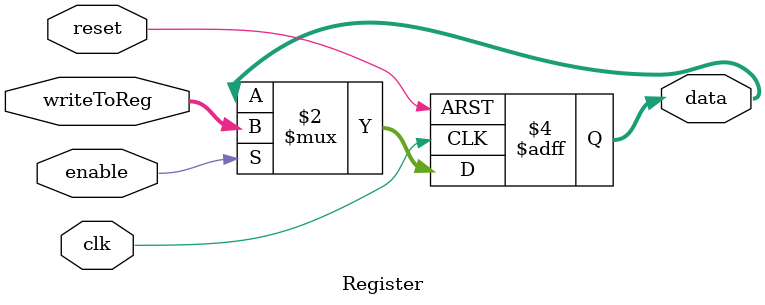
<source format=v>
/*
Assignment 7
Problem no:5 
Semester: 5th
Group: 28
Members: 
Aryan Singh (19CS30007)
Abhinandan De (19CS10069)
*/
`ifndef _REG_
`define _REG_

module Register(
        input[31:0] writeToReg,
        input enable,
        input clk,
        input reset,
        output reg [31:0] data
    );

    always @(posedge clk or posedge reset) begin
        if (reset) begin
            data <= 32'b0;
        end else begin
            if (enable) begin
                data <= writeToReg;
            end
        end
    end
    

endmodule 
`endif //_REG_
</source>
